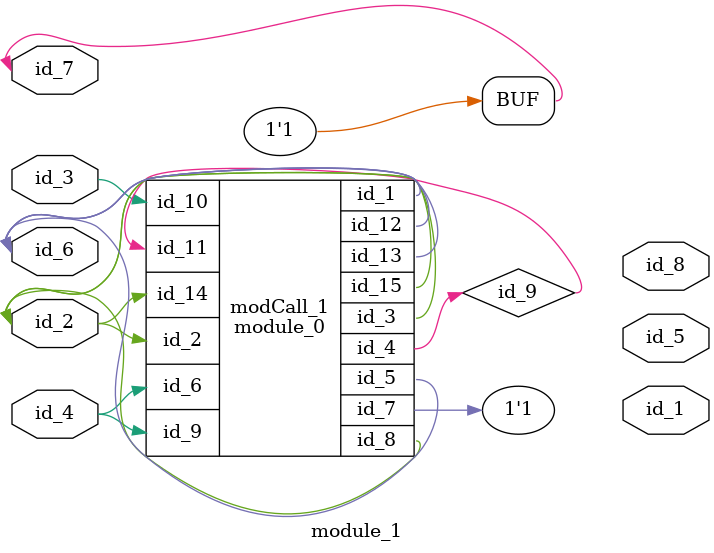
<source format=v>
module module_0 (
    id_1,
    id_2,
    id_3,
    id_4,
    id_5,
    id_6,
    id_7,
    id_8,
    id_9,
    id_10,
    id_11,
    id_12,
    id_13,
    id_14,
    id_15
);
  inout wire id_15;
  input wire id_14;
  output wire id_13;
  inout wire id_12;
  input wire id_11;
  input wire id_10;
  input wire id_9;
  output wire id_8;
  inout wire id_7;
  input wire id_6;
  output wire id_5;
  output wire id_4;
  inout wire id_3;
  input wire id_2;
  inout wire id_1;
endmodule
module module_1 (
    id_1,
    id_2,
    id_3,
    id_4,
    id_5,
    id_6,
    id_7,
    id_8
);
  output wire id_8;
  inout wire id_7;
  inout wire id_6;
  output wire id_5;
  input wire id_4;
  inout wire id_3;
  inout wire id_2;
  output wire id_1;
  assign id_7 = 1;
  wire id_9;
  module_0 modCall_1 (
      id_6,
      id_2,
      id_2,
      id_9,
      id_6,
      id_4,
      id_7,
      id_2,
      id_4,
      id_3,
      id_9,
      id_6,
      id_6,
      id_2,
      id_2
  );
endmodule

</source>
